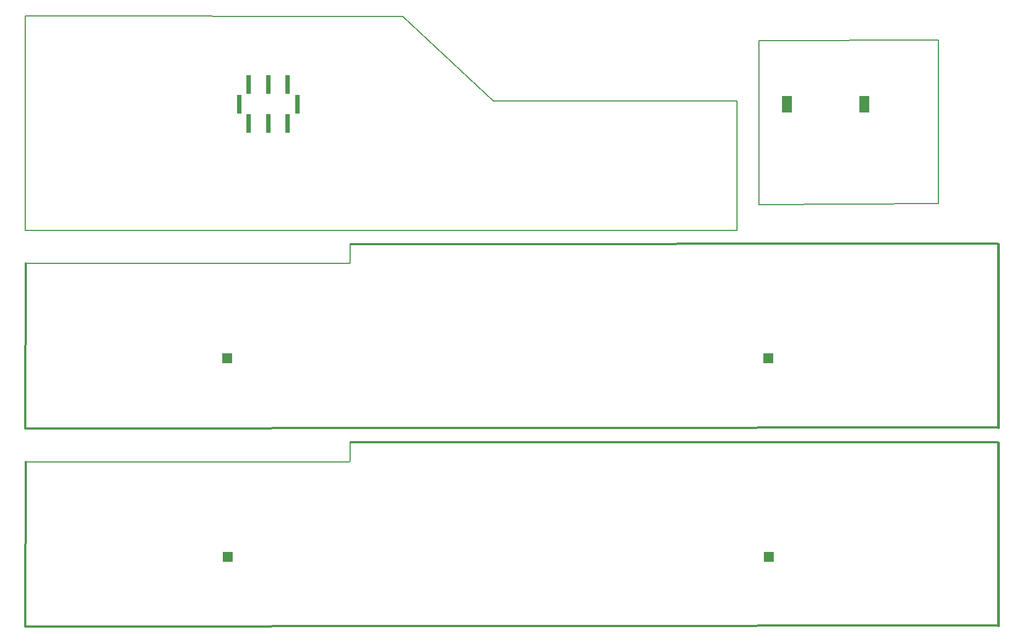
<source format=gbr>
%FSLAX34Y34*%
%MOMM*%
%LNOUTLINE*%
G71*
G01*
%ADD10R,1.500X1.500*%
%ADD11R,1.500X2.600*%
%ADD12C,0.200*%
%ADD13C,0.300*%
%ADD14R,1.500X1.550*%
%ADD15R,1.000X1.550*%
%ADD16C,0.150*%
%ADD17C,0.400*%
%ADD18R,0.650X3.000*%
%ADD19R,0.650X2.900*%
%LPD*%
X1296100Y1362700D02*
G54D10*
D03*
X1176100Y1362700D02*
G54D11*
D03*
X1176100Y1362700D02*
G54D11*
D03*
X1296100Y1362700D02*
G54D11*
D03*
G54D12*
X1133100Y1460700D02*
X1410100Y1461700D01*
X1410100Y1209700D01*
X1133100Y1207700D01*
X1133100Y1460700D01*
G54D13*
X502800Y1147100D02*
X1501400Y1147500D01*
X1502400Y1146500D01*
G54D13*
X1502400Y864500D02*
X3400Y862500D01*
X1300Y862600D01*
X1600Y1117100D01*
X312643Y970513D02*
G54D14*
D03*
X1147643Y970513D02*
G54D15*
D03*
X1147643Y970513D02*
G54D14*
D03*
G54D16*
X1600Y1117100D02*
X501200Y1117100D01*
X502400Y1118300D01*
X502400Y1146700D01*
X502800Y1147100D01*
G54D17*
X1502400Y1146500D02*
X1502400Y864500D01*
G54D13*
X502800Y841100D02*
X1501400Y841500D01*
X1502400Y840500D01*
G54D13*
X1502400Y558500D02*
X3400Y556500D01*
X1300Y556600D01*
X1600Y811100D01*
G54D16*
X1600Y811100D02*
X501200Y811100D01*
X502400Y812300D01*
X502400Y840700D01*
X502800Y841100D01*
G54D17*
X1502400Y840500D02*
X1502400Y558500D01*
X313643Y664513D02*
G54D14*
D03*
X1148643Y664513D02*
G54D15*
D03*
X1148643Y664513D02*
G54D14*
D03*
G54D12*
X502400Y1118300D02*
X502400Y1146700D01*
G54D12*
X1099400Y1168300D02*
X1000Y1168300D01*
X1000Y1499000D01*
X584000Y1498000D01*
G54D12*
X1099400Y1168300D02*
X1099400Y1359400D01*
X1099000Y1368000D01*
X723000Y1368000D01*
X584000Y1498000D01*
X376000Y1393000D02*
G54D18*
D03*
X376000Y1333000D02*
G54D18*
D03*
X376000Y1333000D02*
G54D18*
D03*
X406000Y1333000D02*
G54D18*
D03*
X406000Y1333000D02*
G54D18*
D03*
X406000Y1393000D02*
G54D18*
D03*
X376000Y1393000D02*
G54D18*
D03*
X346000Y1393000D02*
G54D18*
D03*
X346000Y1393000D02*
G54D18*
D03*
X346000Y1333000D02*
G54D18*
D03*
X331000Y1363000D02*
G54D19*
D03*
X421000Y1363000D02*
G54D19*
D03*
G54D12*
X1099400Y1168300D02*
X1099400Y1359400D01*
M02*

</source>
